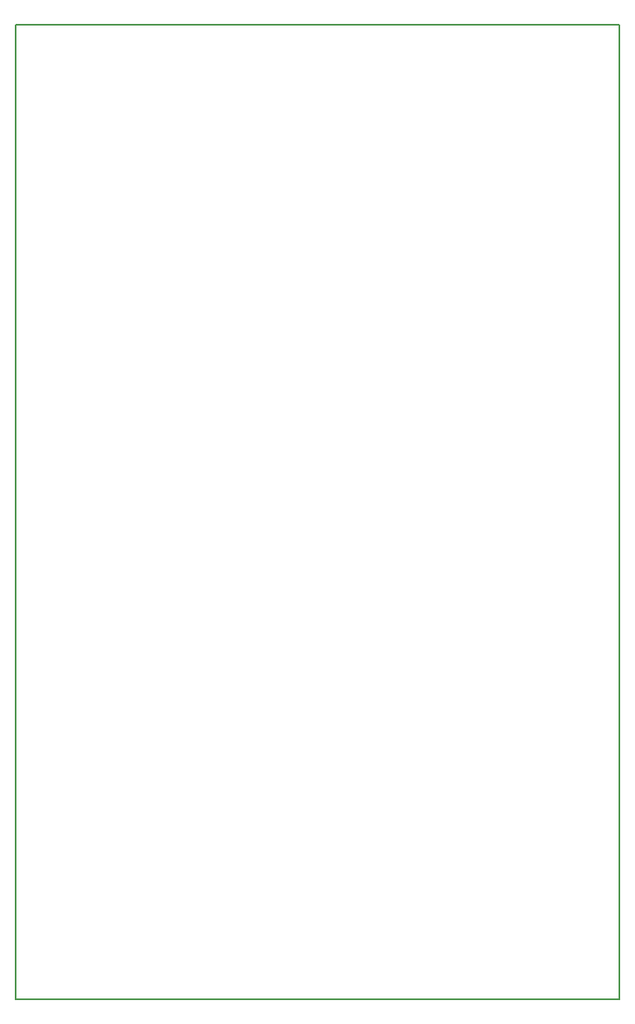
<source format=gbr>
G04 #@! TF.FileFunction,Profile,NP*
%FSLAX46Y46*%
G04 Gerber Fmt 4.6, Leading zero omitted, Abs format (unit mm)*
G04 Created by KiCad (PCBNEW 4.0.5) date 03/27/17 13:57:13*
%MOMM*%
%LPD*%
G01*
G04 APERTURE LIST*
%ADD10C,0.100000*%
%ADD11C,0.150000*%
G04 APERTURE END LIST*
D10*
D11*
X112000000Y-50000000D02*
X112000000Y-150000000D01*
X50000000Y-50000000D02*
X112000000Y-50000000D01*
X50000000Y-150000000D02*
X112000000Y-150000000D01*
X50000000Y-50000000D02*
X50000000Y-150000000D01*
M02*

</source>
